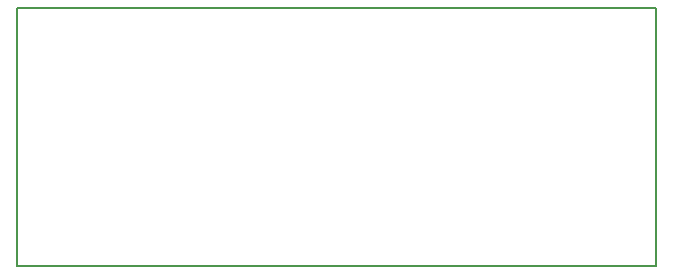
<source format=gm1>
G04 #@! TF.GenerationSoftware,KiCad,Pcbnew,7.0.7-7.0.7~ubuntu23.04.1*
G04 #@! TF.CreationDate,2023-08-22T21:33:39+02:00*
G04 #@! TF.ProjectId,CoralWave,436f7261-6c57-4617-9665-2e6b69636164,rev?*
G04 #@! TF.SameCoordinates,Original*
G04 #@! TF.FileFunction,Profile,NP*
%FSLAX46Y46*%
G04 Gerber Fmt 4.6, Leading zero omitted, Abs format (unit mm)*
G04 Created by KiCad (PCBNEW 7.0.7-7.0.7~ubuntu23.04.1) date 2023-08-22 21:33:39*
%MOMM*%
%LPD*%
G01*
G04 APERTURE LIST*
G04 #@! TA.AperFunction,Profile*
%ADD10C,0.200000*%
G04 #@! TD*
G04 APERTURE END LIST*
D10*
X98300000Y-48110000D02*
X152350000Y-48110000D01*
X152350000Y-69990000D01*
X98300000Y-69990000D01*
X98300000Y-48110000D01*
M02*

</source>
